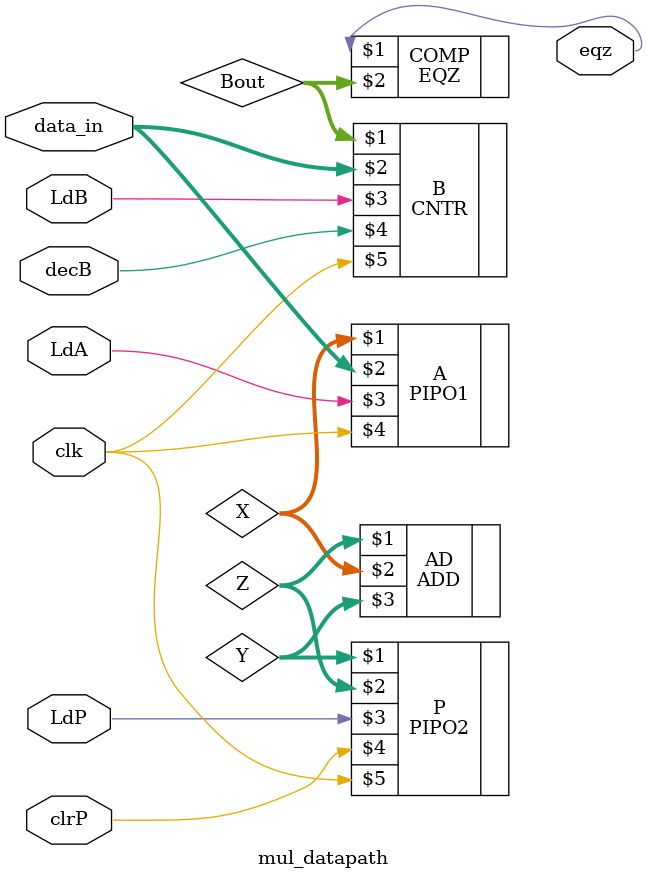
<source format=v>
module mul_datapath (eqz, LdA, LdB, LdP, clrP, decB, data_in, clk);
input LdA, LdB, LdP, clrP, decB, clk;
input [15:0] data_in;
output eqz;
wire [15:0] X,Y, Z, Bout;
//output [15:0] Y;
PIPO1 A (X, data_in, LdA, clk);
PIPO2 P (Y, Z, LdP, clrP, clk);
CNTR B (Bout, data_in, LdB, decB, clk);
ADD AD (Z, X, Y);
EQZ COMP (eqz, Bout);
endmodule

</source>
